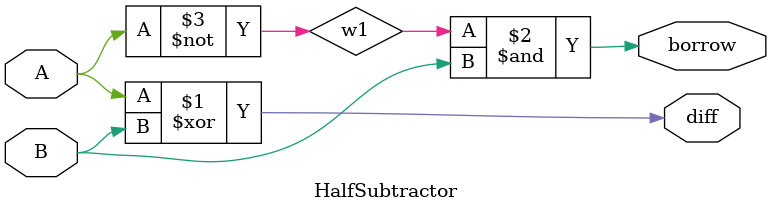
<source format=v>
module HalfSubtractor(
	input A,
	input B,
	output diff,
	output borrow
);

wire w1;

xor(diff,A,B);
not(w1,A);
and(borrow,w1,B);

endmodule
</source>
